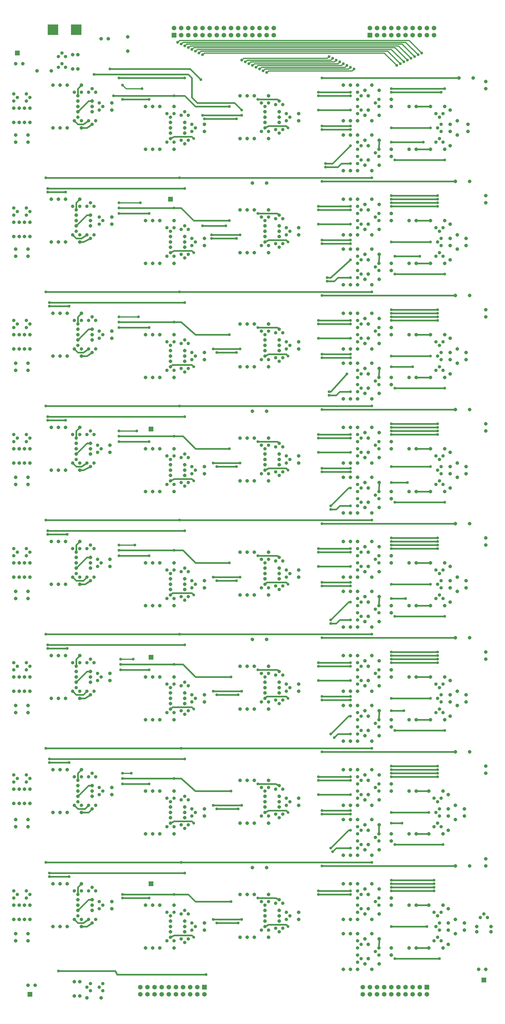
<source format=gtl>
G75*
G70*
%OFA0B0*%
%FSLAX24Y24*%
%IPPOS*%
%LPD*%
%AMOC8*
5,1,8,0,0,1.08239X$1,22.5*
%
%ADD10C,0.0515*%
%ADD11C,0.0476*%
%ADD12R,0.0650X0.0650*%
%ADD13C,0.0650*%
%ADD14R,0.0709X0.0709*%
%ADD15R,0.1500X0.1500*%
%ADD16C,0.0240*%
%ADD17C,0.0400*%
%ADD18C,0.0160*%
D10*
X003600Y005375D03*
X004600Y005375D03*
X003600Y011625D03*
X003600Y012625D03*
X003850Y014625D03*
X003100Y014625D03*
X002350Y014625D03*
X001600Y014625D03*
X001600Y016625D03*
X002350Y016625D03*
X003100Y016625D03*
X003850Y016625D03*
X001850Y012625D03*
X001850Y011625D03*
X007100Y013625D03*
X008100Y013625D03*
X009100Y013625D03*
X011100Y013625D03*
X010600Y015875D03*
X010600Y016625D03*
X010600Y017375D03*
X011100Y019625D03*
X009100Y019625D03*
X008100Y019625D03*
X007100Y019625D03*
X003600Y027625D03*
X003600Y028625D03*
X003850Y030875D03*
X003100Y030875D03*
X002350Y030875D03*
X001600Y030875D03*
X001600Y032875D03*
X002350Y032875D03*
X003100Y032875D03*
X003850Y032875D03*
X001850Y028625D03*
X001850Y027625D03*
X007100Y029625D03*
X008100Y029625D03*
X009100Y029625D03*
X011100Y029625D03*
X010600Y031875D03*
X010600Y032625D03*
X010600Y033375D03*
X011100Y035625D03*
X009100Y035625D03*
X008100Y035625D03*
X007100Y035625D03*
X003600Y043625D03*
X003600Y044625D03*
X003850Y046625D03*
X003100Y046625D03*
X002350Y046625D03*
X001600Y046625D03*
X001600Y048625D03*
X002350Y048625D03*
X003100Y048625D03*
X003850Y048625D03*
X001850Y044625D03*
X001850Y043625D03*
X006850Y045625D03*
X007850Y045625D03*
X008850Y045625D03*
X010350Y047875D03*
X010350Y048625D03*
X010350Y049375D03*
X010850Y051625D03*
X012350Y049375D03*
X012350Y048625D03*
X012350Y047875D03*
X010850Y045625D03*
X008850Y051625D03*
X007850Y051625D03*
X006850Y051625D03*
X003600Y059625D03*
X003600Y060625D03*
X003850Y062625D03*
X003100Y062625D03*
X002350Y062625D03*
X001600Y062625D03*
X001600Y064625D03*
X002350Y064625D03*
X003100Y064625D03*
X003850Y064625D03*
X001850Y060625D03*
X001850Y059625D03*
X006850Y061625D03*
X007850Y061625D03*
X008850Y061625D03*
X010350Y063875D03*
X010350Y064625D03*
X010350Y065375D03*
X010850Y067625D03*
X012350Y065375D03*
X012350Y064625D03*
X012350Y063875D03*
X010850Y061625D03*
X008850Y067625D03*
X007850Y067625D03*
X006850Y067625D03*
X003600Y075625D03*
X003600Y076625D03*
X003850Y078625D03*
X003100Y078625D03*
X002350Y078625D03*
X001600Y078625D03*
X001850Y076625D03*
X001850Y075625D03*
X001600Y080625D03*
X002350Y080625D03*
X003100Y080625D03*
X003850Y080625D03*
X006850Y077625D03*
X007850Y077625D03*
X008850Y077625D03*
X010350Y079875D03*
X010350Y080625D03*
X010350Y081375D03*
X010850Y083625D03*
X012350Y081375D03*
X012350Y080625D03*
X012350Y079875D03*
X010850Y077625D03*
X008850Y083625D03*
X007850Y083625D03*
X006850Y083625D03*
X003600Y091625D03*
X003600Y092625D03*
X003850Y094625D03*
X003100Y094625D03*
X002350Y094625D03*
X001600Y094625D03*
X001850Y092625D03*
X001850Y091625D03*
X001600Y096625D03*
X002350Y096625D03*
X003100Y096625D03*
X003850Y096625D03*
X007100Y093625D03*
X008100Y093625D03*
X009100Y093625D03*
X011100Y093625D03*
X010600Y095875D03*
X010600Y096625D03*
X010600Y097375D03*
X011100Y099625D03*
X009100Y099625D03*
X008100Y099625D03*
X007100Y099625D03*
X003600Y107625D03*
X003600Y108625D03*
X003850Y110375D03*
X003100Y110375D03*
X002350Y110375D03*
X001600Y110375D03*
X001850Y108625D03*
X001850Y107625D03*
X001600Y112375D03*
X002350Y112375D03*
X003100Y112375D03*
X003850Y112375D03*
X006850Y109625D03*
X007850Y109625D03*
X008850Y109625D03*
X010350Y111875D03*
X010350Y112625D03*
X010350Y113375D03*
X010850Y115625D03*
X012350Y113375D03*
X012350Y112625D03*
X012350Y111875D03*
X010850Y109625D03*
X008850Y115625D03*
X007850Y115625D03*
X006850Y115625D03*
X003600Y123625D03*
X003600Y124625D03*
X003850Y126375D03*
X003100Y126375D03*
X002350Y126375D03*
X001600Y126375D03*
X001850Y124625D03*
X001850Y123625D03*
X001600Y128375D03*
X002350Y128375D03*
X003100Y128375D03*
X003850Y128375D03*
X004850Y133625D03*
X002850Y134625D03*
X001850Y134625D03*
X006850Y133625D03*
X007100Y131625D03*
X008100Y131625D03*
X009100Y131625D03*
X011100Y131625D03*
X010600Y129375D03*
X010600Y128625D03*
X010600Y127875D03*
X011100Y125625D03*
X009100Y125625D03*
X008100Y125625D03*
X007100Y125625D03*
X009850Y133875D03*
X010600Y133875D03*
X010600Y135875D03*
X009850Y135875D03*
X012600Y129375D03*
X012600Y128625D03*
X012600Y127875D03*
X015350Y128125D03*
X015350Y129125D03*
X017600Y136375D03*
X017600Y138375D03*
X014850Y138125D03*
X013850Y138125D03*
X020100Y128625D03*
X021100Y128625D03*
X022100Y128625D03*
X023600Y126375D03*
X023600Y125625D03*
X023600Y124875D03*
X024100Y122625D03*
X025600Y124875D03*
X025600Y125625D03*
X025600Y126375D03*
X024100Y128625D03*
X022100Y122625D03*
X021100Y122625D03*
X020100Y122625D03*
X020100Y112625D03*
X021100Y112625D03*
X022100Y112625D03*
X023600Y110375D03*
X023600Y109625D03*
X023600Y108875D03*
X024100Y106625D03*
X025600Y108875D03*
X025600Y109625D03*
X025600Y110375D03*
X024100Y112625D03*
X022100Y106625D03*
X021100Y106625D03*
X020100Y106625D03*
X015350Y112125D03*
X015350Y113125D03*
X012600Y097375D03*
X012600Y096625D03*
X012600Y095875D03*
X015350Y096125D03*
X015350Y097125D03*
X020100Y096625D03*
X021100Y096625D03*
X022100Y096625D03*
X023600Y094375D03*
X023600Y093625D03*
X023600Y092875D03*
X024100Y090625D03*
X025600Y092875D03*
X025600Y093625D03*
X025600Y094375D03*
X024100Y096625D03*
X022100Y090625D03*
X021100Y090625D03*
X020100Y090625D03*
X020100Y080625D03*
X021100Y080625D03*
X022100Y080625D03*
X023600Y078375D03*
X023600Y077625D03*
X023600Y076875D03*
X024100Y074625D03*
X025600Y076875D03*
X025600Y077625D03*
X025600Y078375D03*
X024100Y080625D03*
X022100Y074625D03*
X021100Y074625D03*
X020100Y074625D03*
X015100Y080125D03*
X015100Y081125D03*
X015100Y065125D03*
X015100Y064125D03*
X020100Y064625D03*
X021100Y064625D03*
X022100Y064625D03*
X023600Y062375D03*
X023600Y061625D03*
X023600Y060875D03*
X024100Y058625D03*
X025600Y060875D03*
X025600Y061625D03*
X025600Y062375D03*
X024100Y064625D03*
X022100Y058625D03*
X021100Y058625D03*
X020100Y058625D03*
X020100Y048625D03*
X021100Y048625D03*
X022100Y048625D03*
X023600Y046375D03*
X023600Y045625D03*
X023600Y044875D03*
X024100Y042625D03*
X025600Y044875D03*
X025600Y045625D03*
X025600Y046375D03*
X024100Y048625D03*
X022100Y042625D03*
X021100Y042625D03*
X020100Y042625D03*
X015350Y033125D03*
X015350Y032125D03*
X012600Y031875D03*
X012600Y032625D03*
X012600Y033375D03*
X020100Y032625D03*
X021100Y032625D03*
X022100Y032625D03*
X023600Y030375D03*
X023600Y029625D03*
X023600Y028875D03*
X024100Y026625D03*
X025600Y028875D03*
X025600Y029625D03*
X025600Y030375D03*
X024100Y032625D03*
X022100Y026625D03*
X021100Y026625D03*
X020100Y026625D03*
X020100Y016625D03*
X021100Y016625D03*
X022100Y016625D03*
X023600Y014375D03*
X023600Y013625D03*
X023600Y012875D03*
X024100Y010625D03*
X025600Y012875D03*
X025600Y013625D03*
X025600Y014375D03*
X024100Y016625D03*
X022100Y010625D03*
X021100Y010625D03*
X020100Y010625D03*
X015350Y016125D03*
X015350Y017125D03*
X012600Y017375D03*
X012600Y016625D03*
X012600Y015875D03*
X010850Y005875D03*
X010100Y005875D03*
X010100Y003875D03*
X010850Y003875D03*
X011850Y003625D03*
X013850Y003625D03*
X028350Y013125D03*
X028350Y014125D03*
X033350Y012125D03*
X034350Y012125D03*
X035350Y012125D03*
X036850Y014375D03*
X036850Y015125D03*
X036850Y015875D03*
X037350Y018125D03*
X038850Y015875D03*
X038850Y015125D03*
X038850Y014375D03*
X037350Y012125D03*
X035350Y018125D03*
X034350Y018125D03*
X033350Y018125D03*
X035100Y021875D03*
X037100Y021875D03*
X037350Y028125D03*
X036850Y030375D03*
X036850Y031125D03*
X036850Y031875D03*
X037350Y034125D03*
X038850Y031875D03*
X038850Y031125D03*
X038850Y030375D03*
X041600Y030625D03*
X041600Y031625D03*
X037350Y044125D03*
X036850Y046375D03*
X036850Y047125D03*
X036850Y047875D03*
X037350Y050125D03*
X038850Y047875D03*
X038850Y047125D03*
X038850Y046375D03*
X041600Y046625D03*
X041600Y047625D03*
X037100Y053875D03*
X035100Y053875D03*
X035350Y050125D03*
X034350Y050125D03*
X033350Y050125D03*
X033350Y044125D03*
X034350Y044125D03*
X035350Y044125D03*
X035350Y034125D03*
X034350Y034125D03*
X033350Y034125D03*
X033350Y028125D03*
X034350Y028125D03*
X035350Y028125D03*
X041600Y015625D03*
X041600Y014625D03*
X047850Y014625D03*
X048850Y014625D03*
X049850Y014625D03*
X050880Y015375D03*
X051350Y016125D03*
X051850Y014625D03*
X052880Y015375D03*
X051850Y012625D03*
X052880Y011875D03*
X051350Y011125D03*
X050880Y011875D03*
X049850Y012625D03*
X048850Y012625D03*
X047850Y012625D03*
X047850Y007625D03*
X048850Y007625D03*
X049850Y007625D03*
X050880Y008375D03*
X051350Y009125D03*
X051850Y007625D03*
X052880Y008375D03*
X054600Y009625D03*
X054600Y010625D03*
X057100Y010625D03*
X058100Y010625D03*
X059850Y010625D03*
X061850Y010625D03*
X062600Y011125D03*
X063600Y012625D03*
X062600Y013125D03*
X062600Y014125D03*
X063600Y014625D03*
X064850Y014125D03*
X064850Y013125D03*
X066600Y012875D03*
X066600Y013625D03*
X068600Y013625D03*
X068600Y012875D03*
X067850Y007625D03*
X066850Y007625D03*
X062600Y016125D03*
X061850Y016625D03*
X059850Y016625D03*
X058100Y016625D03*
X057100Y016625D03*
X054600Y016625D03*
X054600Y017625D03*
X052880Y018875D03*
X051850Y019625D03*
X051350Y018125D03*
X050880Y018875D03*
X049850Y019625D03*
X048850Y019625D03*
X047850Y019625D03*
X047850Y023625D03*
X048850Y023625D03*
X049850Y023625D03*
X050880Y024375D03*
X051350Y025125D03*
X051850Y023625D03*
X052880Y024375D03*
X051350Y027125D03*
X050880Y027875D03*
X049850Y028625D03*
X048850Y028625D03*
X047850Y028625D03*
X047850Y030625D03*
X048850Y030625D03*
X049850Y030625D03*
X050880Y031375D03*
X051350Y032125D03*
X051850Y030625D03*
X052880Y031375D03*
X051850Y028625D03*
X052880Y027875D03*
X054600Y026625D03*
X054600Y025625D03*
X057100Y026625D03*
X058100Y026625D03*
X059850Y026625D03*
X061850Y026625D03*
X062600Y027125D03*
X063600Y028625D03*
X062600Y029125D03*
X062600Y030125D03*
X063600Y030625D03*
X064850Y030125D03*
X064850Y029125D03*
X062600Y032125D03*
X061850Y032625D03*
X059850Y032625D03*
X058100Y032625D03*
X057100Y032625D03*
X054600Y032625D03*
X054600Y033625D03*
X052880Y034875D03*
X051850Y035625D03*
X051350Y034125D03*
X050880Y034875D03*
X049850Y035625D03*
X048850Y035625D03*
X047850Y035625D03*
X047850Y039625D03*
X048850Y039625D03*
X049850Y039625D03*
X050880Y040375D03*
X051350Y041125D03*
X051850Y039625D03*
X052880Y040375D03*
X051350Y043125D03*
X050880Y043875D03*
X049850Y044625D03*
X048850Y044625D03*
X048850Y046625D03*
X049850Y046625D03*
X050880Y047375D03*
X051350Y048125D03*
X051850Y046625D03*
X052880Y047375D03*
X051850Y044625D03*
X052880Y043875D03*
X054600Y042625D03*
X054600Y041625D03*
X057100Y042625D03*
X058100Y042625D03*
X060100Y042625D03*
X062100Y042625D03*
X062850Y043125D03*
X063850Y044625D03*
X062850Y045125D03*
X062850Y046125D03*
X063850Y046625D03*
X062850Y048125D03*
X062100Y048625D03*
X060100Y048625D03*
X058100Y048625D03*
X057100Y048625D03*
X054600Y048625D03*
X054600Y049625D03*
X052880Y050875D03*
X051850Y051625D03*
X051350Y050125D03*
X050880Y050875D03*
X049850Y051625D03*
X048850Y051625D03*
X047850Y051625D03*
X047850Y055625D03*
X048850Y055625D03*
X049850Y055625D03*
X050880Y056375D03*
X051350Y057125D03*
X051850Y055625D03*
X052880Y056375D03*
X051350Y059125D03*
X050880Y059875D03*
X049850Y060625D03*
X048850Y060625D03*
X048850Y062625D03*
X049850Y062625D03*
X050880Y063375D03*
X051350Y064125D03*
X051850Y062625D03*
X052880Y063375D03*
X051850Y060625D03*
X052880Y059875D03*
X054600Y058625D03*
X054600Y057625D03*
X057100Y058625D03*
X058100Y058625D03*
X060100Y058625D03*
X062100Y058625D03*
X062850Y059125D03*
X063850Y060625D03*
X062850Y061125D03*
X062850Y062125D03*
X063850Y062625D03*
X062850Y064125D03*
X062100Y064625D03*
X060100Y064625D03*
X058100Y064625D03*
X057100Y064625D03*
X054600Y064625D03*
X054600Y065625D03*
X052880Y066875D03*
X051850Y067625D03*
X051350Y066125D03*
X050880Y066875D03*
X049850Y067625D03*
X048850Y067625D03*
X047850Y067625D03*
X047850Y071625D03*
X048850Y071625D03*
X049850Y071625D03*
X050880Y072375D03*
X051350Y073125D03*
X051850Y071625D03*
X052880Y072375D03*
X051350Y075125D03*
X050880Y075875D03*
X049850Y076625D03*
X048850Y076625D03*
X048850Y078625D03*
X049850Y078625D03*
X050880Y079375D03*
X051350Y080125D03*
X051850Y078625D03*
X052880Y079375D03*
X051850Y076625D03*
X052880Y075875D03*
X054600Y074625D03*
X054600Y073625D03*
X057100Y074625D03*
X058100Y074625D03*
X060100Y074625D03*
X062100Y074625D03*
X062850Y075125D03*
X063850Y076625D03*
X062850Y077125D03*
X062850Y078125D03*
X063850Y078625D03*
X062850Y080125D03*
X062100Y080625D03*
X060100Y080625D03*
X058100Y080625D03*
X057100Y080625D03*
X054600Y080625D03*
X054600Y081625D03*
X052880Y082875D03*
X051850Y083625D03*
X051350Y082125D03*
X050880Y082875D03*
X049850Y083625D03*
X048850Y083625D03*
X047850Y083625D03*
X047850Y087625D03*
X048850Y087625D03*
X049850Y087625D03*
X050880Y088375D03*
X051350Y089125D03*
X051350Y091125D03*
X050880Y091875D03*
X049850Y092625D03*
X048850Y092625D03*
X048850Y094625D03*
X049850Y094625D03*
X050880Y095375D03*
X051350Y096125D03*
X051850Y094625D03*
X052880Y095375D03*
X051850Y092625D03*
X052880Y091875D03*
X052880Y088375D03*
X051850Y087625D03*
X054600Y089625D03*
X054600Y090625D03*
X057100Y090625D03*
X058100Y090625D03*
X060100Y090625D03*
X062100Y090625D03*
X062850Y091125D03*
X063850Y092625D03*
X062850Y093125D03*
X062850Y094125D03*
X063850Y094625D03*
X062850Y096125D03*
X062100Y096625D03*
X060100Y096625D03*
X058100Y096625D03*
X057100Y096625D03*
X054600Y096625D03*
X054600Y097625D03*
X052880Y098875D03*
X051850Y099625D03*
X051350Y098125D03*
X050880Y098875D03*
X049850Y099625D03*
X048850Y099625D03*
X047850Y099625D03*
X047850Y103625D03*
X048850Y103625D03*
X049850Y103625D03*
X050880Y104375D03*
X051350Y105125D03*
X051850Y103625D03*
X052880Y104375D03*
X051350Y107125D03*
X050880Y107875D03*
X049850Y108625D03*
X048850Y108625D03*
X048850Y110625D03*
X049850Y110625D03*
X050880Y111375D03*
X051350Y112125D03*
X051350Y114125D03*
X050880Y114875D03*
X049850Y115625D03*
X048850Y115625D03*
X047850Y115625D03*
X047850Y119625D03*
X048850Y119625D03*
X049850Y119625D03*
X050880Y120375D03*
X051350Y121125D03*
X051850Y119625D03*
X052880Y120375D03*
X051350Y123125D03*
X050880Y123875D03*
X049850Y124625D03*
X048850Y124625D03*
X047850Y124625D03*
X047850Y126625D03*
X048850Y126625D03*
X049850Y126625D03*
X050880Y127375D03*
X051350Y128125D03*
X051850Y126625D03*
X052880Y127375D03*
X051850Y124625D03*
X052880Y123875D03*
X054600Y122625D03*
X054600Y121625D03*
X057100Y122625D03*
X058100Y122625D03*
X060100Y122625D03*
X062100Y122625D03*
X062850Y123125D03*
X063850Y124625D03*
X062850Y125125D03*
X062850Y126125D03*
X063850Y126625D03*
X062850Y128125D03*
X062100Y128625D03*
X060100Y128625D03*
X058100Y128625D03*
X057100Y128625D03*
X054600Y128625D03*
X054600Y129625D03*
X052880Y130875D03*
X051850Y131625D03*
X051350Y130125D03*
X050880Y130875D03*
X049850Y131625D03*
X048850Y131625D03*
X047850Y131625D03*
X041600Y127625D03*
X041600Y126625D03*
X038850Y126375D03*
X038850Y127125D03*
X038850Y127875D03*
X037350Y130125D03*
X036850Y127875D03*
X036850Y127125D03*
X036850Y126375D03*
X037350Y124125D03*
X035350Y124125D03*
X034350Y124125D03*
X033350Y124125D03*
X033350Y130125D03*
X034350Y130125D03*
X035350Y130125D03*
X035100Y117875D03*
X037100Y117875D03*
X037350Y114125D03*
X036850Y111875D03*
X036850Y111125D03*
X036850Y110375D03*
X037350Y108125D03*
X038850Y110375D03*
X038850Y111125D03*
X038850Y111875D03*
X041600Y111625D03*
X041600Y110625D03*
X037350Y098125D03*
X036850Y095875D03*
X036850Y095125D03*
X036850Y094375D03*
X037350Y092125D03*
X038850Y094375D03*
X038850Y095125D03*
X038850Y095875D03*
X041600Y095625D03*
X041600Y094625D03*
X037100Y085875D03*
X037350Y082125D03*
X036850Y079875D03*
X036850Y079125D03*
X036850Y078375D03*
X037350Y076125D03*
X038850Y078375D03*
X038850Y079125D03*
X038850Y079875D03*
X041600Y079625D03*
X041600Y078625D03*
X037350Y066125D03*
X036850Y063875D03*
X036850Y063125D03*
X036850Y062375D03*
X037350Y060125D03*
X038850Y062375D03*
X038850Y063125D03*
X038850Y063875D03*
X041600Y063625D03*
X041600Y062625D03*
X047850Y062625D03*
X047850Y060625D03*
X047850Y046625D03*
X047850Y044625D03*
X035350Y060125D03*
X034350Y060125D03*
X033350Y060125D03*
X033350Y066125D03*
X034350Y066125D03*
X035350Y066125D03*
X035350Y076125D03*
X034350Y076125D03*
X033350Y076125D03*
X033350Y082125D03*
X034350Y082125D03*
X035350Y082125D03*
X035100Y085875D03*
X035350Y092125D03*
X034350Y092125D03*
X033350Y092125D03*
X033350Y098125D03*
X034350Y098125D03*
X035350Y098125D03*
X035350Y108125D03*
X034350Y108125D03*
X033350Y108125D03*
X033350Y114125D03*
X034350Y114125D03*
X035350Y114125D03*
X028350Y110125D03*
X028350Y109125D03*
X028350Y094125D03*
X028350Y093125D03*
X028350Y078125D03*
X028350Y077125D03*
X028350Y062125D03*
X028350Y061125D03*
X028350Y046125D03*
X028350Y045125D03*
X028350Y030125D03*
X028350Y029125D03*
X015100Y048125D03*
X015100Y049125D03*
X047850Y076625D03*
X047850Y078625D03*
X047850Y092625D03*
X047850Y094625D03*
X054600Y105625D03*
X054600Y106625D03*
X052880Y107875D03*
X051850Y108625D03*
X051850Y110625D03*
X052880Y111375D03*
X052880Y114875D03*
X051850Y115625D03*
X054600Y113625D03*
X054600Y112625D03*
X057100Y112625D03*
X058100Y112625D03*
X060100Y112625D03*
X062100Y112625D03*
X062850Y112125D03*
X063850Y110625D03*
X062850Y110125D03*
X062850Y109125D03*
X063850Y108625D03*
X062850Y107125D03*
X062100Y106625D03*
X060100Y106625D03*
X058100Y106625D03*
X057100Y106625D03*
X063600Y102125D03*
X065600Y102125D03*
X067850Y100125D03*
X067850Y099125D03*
X065100Y094125D03*
X065100Y093125D03*
X065600Y086125D03*
X063600Y086125D03*
X065100Y078125D03*
X065100Y077125D03*
X067850Y083125D03*
X067850Y084125D03*
X065600Y070125D03*
X063600Y070125D03*
X065100Y062125D03*
X065100Y061125D03*
X067850Y067125D03*
X067850Y068125D03*
X065600Y054125D03*
X063600Y054125D03*
X065100Y046125D03*
X065100Y045125D03*
X067850Y051125D03*
X067850Y052125D03*
X065600Y038125D03*
X063600Y038125D03*
X067850Y036125D03*
X067850Y035125D03*
X067850Y023125D03*
X067850Y022125D03*
X065600Y022125D03*
X063600Y022125D03*
X065100Y109125D03*
X065100Y110125D03*
X067850Y115125D03*
X067850Y116125D03*
X065600Y118125D03*
X063600Y118125D03*
X065350Y125125D03*
X065350Y126125D03*
X067850Y131125D03*
X067850Y132125D03*
X066100Y132625D03*
X064100Y132625D03*
X047850Y110625D03*
X047850Y108625D03*
X028350Y125125D03*
X028350Y126125D03*
D11*
X027100Y125625D03*
X026600Y126125D03*
X026600Y125125D03*
X026100Y123875D03*
X025600Y123375D03*
X025100Y123875D03*
X024100Y123625D03*
X023600Y124125D03*
X023100Y123625D03*
X023600Y127125D03*
X023100Y127625D03*
X024100Y127625D03*
X025100Y127375D03*
X025600Y127875D03*
X026100Y127375D03*
X025600Y111875D03*
X025100Y111375D03*
X026100Y111375D03*
X026600Y110125D03*
X027100Y109625D03*
X026600Y109125D03*
X026100Y107875D03*
X025600Y107375D03*
X025100Y107875D03*
X024100Y107625D03*
X023600Y108125D03*
X023100Y107625D03*
X023600Y111125D03*
X023100Y111625D03*
X024100Y111625D03*
X025600Y095875D03*
X025100Y095375D03*
X026100Y095375D03*
X026600Y094125D03*
X027100Y093625D03*
X026600Y093125D03*
X026100Y091875D03*
X025600Y091375D03*
X025100Y091875D03*
X024100Y091625D03*
X023600Y092125D03*
X023100Y091625D03*
X023600Y095125D03*
X023100Y095625D03*
X024100Y095625D03*
X025600Y079875D03*
X025100Y079375D03*
X026100Y079375D03*
X026600Y078125D03*
X027100Y077625D03*
X026600Y077125D03*
X026100Y075875D03*
X025600Y075375D03*
X025100Y075875D03*
X024100Y075625D03*
X023600Y076125D03*
X023100Y075625D03*
X023600Y079125D03*
X023100Y079625D03*
X024100Y079625D03*
X025600Y063875D03*
X025100Y063375D03*
X026100Y063375D03*
X026600Y062125D03*
X027100Y061625D03*
X026600Y061125D03*
X026100Y059875D03*
X025600Y059375D03*
X025100Y059875D03*
X024100Y059625D03*
X023600Y060125D03*
X023100Y059625D03*
X023600Y063125D03*
X023100Y063625D03*
X024100Y063625D03*
X025600Y047875D03*
X025100Y047375D03*
X026100Y047375D03*
X026600Y046125D03*
X027100Y045625D03*
X026600Y045125D03*
X026100Y043875D03*
X025600Y043375D03*
X025100Y043875D03*
X024100Y043625D03*
X023600Y044125D03*
X023100Y043625D03*
X023600Y047125D03*
X023100Y047625D03*
X024100Y047625D03*
X025600Y031875D03*
X025100Y031375D03*
X026100Y031375D03*
X026600Y030125D03*
X027100Y029625D03*
X026600Y029125D03*
X026100Y027875D03*
X025600Y027375D03*
X025100Y027875D03*
X024100Y027625D03*
X023600Y028125D03*
X023100Y027625D03*
X023600Y031125D03*
X023100Y031625D03*
X024100Y031625D03*
X025600Y015875D03*
X025100Y015375D03*
X026100Y015375D03*
X026600Y014125D03*
X027100Y013625D03*
X026600Y013125D03*
X026100Y011875D03*
X025600Y011375D03*
X025100Y011875D03*
X024100Y011625D03*
X023600Y012125D03*
X023100Y011625D03*
X023600Y015125D03*
X023100Y015625D03*
X024100Y015625D03*
X014100Y016625D03*
X013600Y017125D03*
X013600Y016125D03*
X013100Y014625D03*
X012600Y014125D03*
X012100Y014625D03*
X011100Y014625D03*
X010600Y015125D03*
X010100Y014625D03*
X010600Y018125D03*
X011100Y018625D03*
X010100Y018625D03*
X012100Y018625D03*
X012600Y019125D03*
X013100Y018625D03*
X012600Y030125D03*
X012100Y030625D03*
X013100Y030625D03*
X013600Y032125D03*
X014100Y032625D03*
X013600Y033125D03*
X013100Y034625D03*
X012600Y035125D03*
X012100Y034625D03*
X011100Y034625D03*
X010600Y034125D03*
X010100Y034625D03*
X010600Y031125D03*
X011100Y030625D03*
X010100Y030625D03*
X003850Y034375D03*
X003350Y034875D03*
X003350Y033875D03*
X002100Y034375D03*
X001600Y034875D03*
X001600Y033875D03*
X001600Y018625D03*
X002100Y018125D03*
X001600Y017625D03*
X003350Y017625D03*
X003850Y018125D03*
X003350Y018625D03*
X012350Y005625D03*
X011850Y005125D03*
X012350Y004625D03*
X013600Y005125D03*
X014100Y004625D03*
X014100Y005625D03*
X012350Y046125D03*
X011850Y046625D03*
X012850Y046625D03*
X013350Y048125D03*
X013850Y048625D03*
X013350Y049125D03*
X012850Y050625D03*
X012350Y051125D03*
X011850Y050625D03*
X010850Y050625D03*
X010350Y050125D03*
X009850Y050625D03*
X010350Y047125D03*
X009850Y046625D03*
X010850Y046625D03*
X003850Y050125D03*
X003350Y050625D03*
X003350Y049625D03*
X002100Y050125D03*
X001600Y050625D03*
X001600Y049625D03*
X001600Y065625D03*
X002100Y066125D03*
X001600Y066625D03*
X003350Y066625D03*
X003850Y066125D03*
X003350Y065625D03*
X009850Y066625D03*
X010350Y066125D03*
X010850Y066625D03*
X011850Y066625D03*
X012350Y067125D03*
X012850Y066625D03*
X013350Y065125D03*
X013850Y064625D03*
X013350Y064125D03*
X012850Y062625D03*
X012350Y062125D03*
X011850Y062625D03*
X010850Y062625D03*
X010350Y063125D03*
X009850Y062625D03*
X012350Y078125D03*
X011850Y078625D03*
X012850Y078625D03*
X013350Y080125D03*
X013850Y080625D03*
X013350Y081125D03*
X012850Y082625D03*
X012350Y083125D03*
X011850Y082625D03*
X010850Y082625D03*
X010350Y082125D03*
X009850Y082625D03*
X010350Y079125D03*
X009850Y078625D03*
X010850Y078625D03*
X003850Y082125D03*
X003350Y081625D03*
X003350Y082625D03*
X002100Y082125D03*
X001600Y081625D03*
X001600Y082625D03*
X001600Y097625D03*
X002100Y098125D03*
X001600Y098625D03*
X003350Y098625D03*
X003850Y098125D03*
X003350Y097625D03*
X010100Y098625D03*
X010600Y098125D03*
X011100Y098625D03*
X012100Y098625D03*
X012600Y099125D03*
X013100Y098625D03*
X013600Y097125D03*
X014100Y096625D03*
X013600Y096125D03*
X013100Y094625D03*
X012600Y094125D03*
X012100Y094625D03*
X011100Y094625D03*
X010600Y095125D03*
X010100Y094625D03*
X012350Y110125D03*
X011850Y110625D03*
X012850Y110625D03*
X013600Y112125D03*
X014100Y112625D03*
X013600Y113125D03*
X012850Y114625D03*
X012350Y115125D03*
X011850Y114625D03*
X010850Y114625D03*
X010350Y114125D03*
X009850Y114625D03*
X010350Y111125D03*
X009850Y110625D03*
X010850Y110625D03*
X003850Y113875D03*
X003350Y113375D03*
X003350Y114375D03*
X002100Y113875D03*
X001600Y113375D03*
X001600Y114375D03*
X001600Y129375D03*
X002100Y129875D03*
X001600Y130375D03*
X003350Y130375D03*
X003850Y129875D03*
X003350Y129375D03*
X007850Y134125D03*
X008350Y134625D03*
X008850Y134125D03*
X008850Y135625D03*
X008350Y136125D03*
X007850Y135625D03*
X010100Y130625D03*
X010600Y130125D03*
X011100Y130625D03*
X012100Y130625D03*
X012600Y131125D03*
X013100Y130625D03*
X013600Y129125D03*
X014100Y128625D03*
X013600Y128125D03*
X013100Y126625D03*
X012600Y126125D03*
X012100Y126625D03*
X011100Y126625D03*
X010600Y127125D03*
X010100Y126625D03*
X036350Y125125D03*
X036850Y125625D03*
X037350Y125125D03*
X038350Y125375D03*
X038850Y124875D03*
X039350Y125375D03*
X039850Y126625D03*
X040350Y127125D03*
X039850Y127625D03*
X039350Y128875D03*
X038850Y129375D03*
X038350Y128875D03*
X037350Y129125D03*
X036850Y128625D03*
X036350Y129125D03*
X038850Y113375D03*
X038350Y112875D03*
X039350Y112875D03*
X039850Y111625D03*
X040350Y111125D03*
X039850Y110625D03*
X039350Y109375D03*
X038850Y108875D03*
X038350Y109375D03*
X037350Y109125D03*
X036850Y109625D03*
X036350Y109125D03*
X036850Y112625D03*
X036350Y113125D03*
X037350Y113125D03*
X038850Y097375D03*
X038350Y096875D03*
X039350Y096875D03*
X039850Y095625D03*
X040350Y095125D03*
X039850Y094625D03*
X039350Y093375D03*
X038850Y092875D03*
X038350Y093375D03*
X037350Y093125D03*
X036850Y093625D03*
X036350Y093125D03*
X036850Y096625D03*
X036350Y097125D03*
X037350Y097125D03*
X038850Y081375D03*
X038350Y080875D03*
X039350Y080875D03*
X039850Y079625D03*
X040350Y079125D03*
X039850Y078625D03*
X039350Y077375D03*
X038850Y076875D03*
X038350Y077375D03*
X037350Y077125D03*
X036850Y077625D03*
X036350Y077125D03*
X036850Y080625D03*
X036350Y081125D03*
X037350Y081125D03*
X038850Y065375D03*
X038350Y064875D03*
X039350Y064875D03*
X039850Y063625D03*
X040350Y063125D03*
X039850Y062625D03*
X039350Y061375D03*
X038850Y060875D03*
X038350Y061375D03*
X037350Y061125D03*
X036850Y061625D03*
X036350Y061125D03*
X036850Y064625D03*
X036350Y065125D03*
X037350Y065125D03*
X038850Y049375D03*
X038350Y048875D03*
X039350Y048875D03*
X039850Y047625D03*
X040350Y047125D03*
X039850Y046625D03*
X039350Y045375D03*
X038850Y044875D03*
X038350Y045375D03*
X037350Y045125D03*
X036850Y045625D03*
X036350Y045125D03*
X036850Y048625D03*
X036350Y049125D03*
X037350Y049125D03*
X038850Y033375D03*
X038350Y032875D03*
X039350Y032875D03*
X039850Y031625D03*
X040350Y031125D03*
X039850Y030625D03*
X039350Y029375D03*
X038850Y028875D03*
X038350Y029375D03*
X037350Y029125D03*
X036850Y029625D03*
X036350Y029125D03*
X036850Y032625D03*
X036350Y033125D03*
X037350Y033125D03*
X038850Y017375D03*
X038350Y016875D03*
X039350Y016875D03*
X039850Y015625D03*
X040350Y015125D03*
X039850Y014625D03*
X039350Y013375D03*
X038850Y012875D03*
X038350Y013375D03*
X037350Y013125D03*
X036850Y013625D03*
X036350Y013125D03*
X036850Y016625D03*
X036350Y017125D03*
X037350Y017125D03*
X049850Y016625D03*
X050350Y016125D03*
X049850Y015625D03*
X049850Y017625D03*
X050350Y018125D03*
X049850Y018625D03*
X052350Y017125D03*
X052850Y016625D03*
X052850Y017625D03*
X049850Y011625D03*
X050350Y011125D03*
X049850Y010625D03*
X049850Y009625D03*
X050350Y009125D03*
X049850Y008625D03*
X052350Y010125D03*
X052850Y010625D03*
X052850Y009625D03*
X060600Y011625D03*
X061100Y012125D03*
X061600Y011625D03*
X061350Y013125D03*
X060850Y013625D03*
X061350Y014125D03*
X061100Y015125D03*
X060600Y015625D03*
X061600Y015625D03*
X067100Y014875D03*
X067600Y015375D03*
X068100Y014875D03*
X061600Y027625D03*
X061100Y028125D03*
X060600Y027625D03*
X060850Y029625D03*
X061350Y029125D03*
X061350Y030125D03*
X061100Y031125D03*
X060600Y031625D03*
X061600Y031625D03*
X061850Y043625D03*
X061350Y044125D03*
X060850Y043625D03*
X061600Y045125D03*
X061100Y045625D03*
X061600Y046125D03*
X061350Y047125D03*
X060850Y047625D03*
X061850Y047625D03*
X061850Y059625D03*
X061350Y060125D03*
X060850Y059625D03*
X061600Y061125D03*
X061100Y061625D03*
X061600Y062125D03*
X061350Y063125D03*
X060850Y063625D03*
X061850Y063625D03*
X061850Y075625D03*
X061350Y076125D03*
X060850Y075625D03*
X061600Y077125D03*
X061100Y077625D03*
X061600Y078125D03*
X061350Y079125D03*
X061850Y079625D03*
X060850Y079625D03*
X060850Y091625D03*
X061350Y092125D03*
X061850Y091625D03*
X061600Y093125D03*
X061100Y093625D03*
X061600Y094125D03*
X061350Y095125D03*
X061850Y095625D03*
X060850Y095625D03*
X060850Y107625D03*
X061350Y108125D03*
X061850Y107625D03*
X061600Y109125D03*
X061100Y109625D03*
X061600Y110125D03*
X061350Y111125D03*
X061850Y111625D03*
X060850Y111625D03*
X060850Y123625D03*
X061350Y124125D03*
X061850Y123625D03*
X061600Y125125D03*
X061100Y125625D03*
X061600Y126125D03*
X061350Y127125D03*
X061850Y127625D03*
X060850Y127625D03*
X052850Y128625D03*
X052350Y129125D03*
X052850Y129625D03*
X050350Y130125D03*
X049850Y130625D03*
X049850Y129625D03*
X049850Y128625D03*
X050350Y128125D03*
X049850Y127625D03*
X049850Y123625D03*
X050350Y123125D03*
X049850Y122625D03*
X049850Y121625D03*
X050350Y121125D03*
X049850Y120625D03*
X052350Y122125D03*
X052850Y121625D03*
X052850Y122625D03*
X049850Y114625D03*
X050350Y114125D03*
X049850Y113625D03*
X049850Y112625D03*
X050350Y112125D03*
X049850Y111625D03*
X049850Y107625D03*
X050350Y107125D03*
X049850Y106625D03*
X049850Y105625D03*
X050350Y105125D03*
X049850Y104625D03*
X052350Y106125D03*
X052850Y105625D03*
X052850Y106625D03*
X052850Y112625D03*
X052350Y113125D03*
X052850Y113625D03*
X049850Y098625D03*
X050350Y098125D03*
X049850Y097625D03*
X049850Y096625D03*
X050350Y096125D03*
X049850Y095625D03*
X049850Y091625D03*
X050350Y091125D03*
X049850Y090625D03*
X049850Y089625D03*
X050350Y089125D03*
X049850Y088625D03*
X052350Y090125D03*
X052850Y089625D03*
X052850Y090625D03*
X052850Y096625D03*
X052350Y097125D03*
X052850Y097625D03*
X049850Y082625D03*
X050350Y082125D03*
X049850Y081625D03*
X049850Y080625D03*
X050350Y080125D03*
X049850Y079625D03*
X049850Y075625D03*
X050350Y075125D03*
X049850Y074625D03*
X049850Y073625D03*
X050350Y073125D03*
X049850Y072625D03*
X052350Y074125D03*
X052850Y073625D03*
X052850Y074625D03*
X052850Y080625D03*
X052350Y081125D03*
X052850Y081625D03*
X049850Y066625D03*
X050350Y066125D03*
X049850Y065625D03*
X049850Y064625D03*
X050350Y064125D03*
X049850Y063625D03*
X049850Y059625D03*
X050350Y059125D03*
X049850Y058625D03*
X049850Y057625D03*
X050350Y057125D03*
X049850Y056625D03*
X052350Y058125D03*
X052850Y057625D03*
X052850Y058625D03*
X052850Y064625D03*
X052350Y065125D03*
X052850Y065625D03*
X049850Y050625D03*
X050350Y050125D03*
X049850Y049625D03*
X049850Y048625D03*
X050350Y048125D03*
X049850Y047625D03*
X049850Y043625D03*
X050350Y043125D03*
X049850Y042625D03*
X049850Y041625D03*
X050350Y041125D03*
X049850Y040625D03*
X052350Y042125D03*
X052850Y042625D03*
X052850Y041625D03*
X049850Y034625D03*
X050350Y034125D03*
X049850Y033625D03*
X049850Y032625D03*
X050350Y032125D03*
X049850Y031625D03*
X049850Y027625D03*
X050350Y027125D03*
X049850Y026625D03*
X049850Y025625D03*
X050350Y025125D03*
X049850Y024625D03*
X052350Y026125D03*
X052850Y026625D03*
X052850Y025625D03*
X052850Y032625D03*
X052350Y033125D03*
X052850Y033625D03*
X052850Y048625D03*
X052350Y049125D03*
X052850Y049625D03*
D12*
X059600Y005125D03*
X028350Y005125D03*
X024100Y138625D03*
X051600Y138625D03*
D13*
X051600Y139625D03*
X052600Y139625D03*
X052600Y138625D03*
X053600Y138625D03*
X053600Y139625D03*
X054600Y139625D03*
X054600Y138625D03*
X055600Y138625D03*
X055600Y139625D03*
X056600Y139625D03*
X056600Y138625D03*
X057600Y138625D03*
X057600Y139625D03*
X058600Y139625D03*
X058600Y138625D03*
X059600Y138625D03*
X059600Y139625D03*
X060600Y139625D03*
X060600Y138625D03*
X038100Y138625D03*
X038100Y139625D03*
X037100Y139625D03*
X037100Y138625D03*
X036100Y138625D03*
X036100Y139625D03*
X035100Y139625D03*
X035100Y138625D03*
X034100Y138625D03*
X034100Y139625D03*
X033100Y139625D03*
X033100Y138625D03*
X032100Y138625D03*
X032100Y139625D03*
X031100Y139625D03*
X031100Y138625D03*
X030100Y138625D03*
X030100Y139625D03*
X029100Y139625D03*
X029100Y138625D03*
X028100Y138625D03*
X028100Y139625D03*
X027100Y139625D03*
X027100Y138625D03*
X026100Y138625D03*
X026100Y139625D03*
X025100Y139625D03*
X025100Y138625D03*
X024100Y139625D03*
X024350Y005125D03*
X024350Y004125D03*
X023350Y004125D03*
X023350Y005125D03*
X022350Y005125D03*
X022350Y004125D03*
X021350Y004125D03*
X021350Y005125D03*
X020350Y005125D03*
X020350Y004125D03*
X019350Y004125D03*
X019350Y005125D03*
X025350Y005125D03*
X025350Y004125D03*
X026350Y004125D03*
X026350Y005125D03*
X027350Y005125D03*
X027350Y004125D03*
X028350Y004125D03*
X050600Y004125D03*
X050600Y005125D03*
X051600Y005125D03*
X051600Y004125D03*
X052600Y004125D03*
X052600Y005125D03*
X053600Y005125D03*
X053600Y004125D03*
X054600Y004125D03*
X054600Y005125D03*
X055600Y005125D03*
X055600Y004125D03*
X056600Y004125D03*
X056600Y005125D03*
X057600Y005125D03*
X057600Y004125D03*
X058600Y004125D03*
X058600Y005125D03*
X059600Y004125D03*
D14*
X003850Y004125D03*
X020850Y019625D03*
X020850Y051375D03*
X020850Y083375D03*
X023600Y115625D03*
X002100Y136125D03*
X067600Y006125D03*
D15*
X010350Y139375D03*
X007100Y139375D03*
D16*
X011100Y131625D02*
X010600Y131125D01*
X010600Y130125D01*
X012100Y129375D02*
X010600Y127875D01*
X010100Y126625D02*
X010600Y126125D01*
X011350Y126125D01*
X012100Y126625D01*
X012600Y126125D02*
X011850Y125625D01*
X011100Y125625D01*
X012100Y129375D02*
X012600Y129375D01*
X012850Y133125D02*
X026100Y133125D01*
X026600Y132625D01*
X026600Y129875D01*
X027350Y129125D01*
X032600Y129125D01*
X033600Y128125D01*
X033600Y127375D02*
X028100Y127375D01*
X028350Y126875D02*
X032850Y126875D01*
X031850Y128625D02*
X027100Y128625D01*
X025600Y130125D01*
X024100Y130125D01*
X015600Y130125D01*
X016850Y129625D02*
X020600Y129625D01*
X023600Y124125D02*
X024100Y124375D01*
X026600Y124375D01*
X026850Y124125D01*
X024850Y118625D02*
X006100Y118625D01*
X006350Y117125D02*
X025600Y117125D01*
X024850Y118625D02*
X051850Y118625D01*
X052850Y122625D02*
X052880Y123875D01*
X054600Y123625D02*
X059100Y123625D01*
X060100Y122625D02*
X058100Y122625D01*
X060100Y125625D02*
X054600Y125625D01*
X055100Y121125D02*
X062100Y121125D01*
X063600Y118125D02*
X044850Y118125D01*
X045350Y120125D02*
X047100Y120125D01*
X047600Y120625D01*
X048850Y120625D01*
X048850Y123125D02*
X046350Y120625D01*
X045350Y120625D01*
X044850Y125375D02*
X048850Y125375D01*
X048850Y125875D02*
X044850Y125875D01*
X044350Y128125D02*
X048850Y128125D01*
X048850Y130125D02*
X044350Y130125D01*
X044350Y130625D02*
X048850Y130625D01*
X044850Y132625D02*
X064100Y132625D01*
X062100Y131125D02*
X054600Y131125D01*
X054600Y130625D02*
X061600Y130625D01*
X060100Y128625D02*
X058100Y128625D01*
X061100Y116125D02*
X054600Y116125D01*
X054600Y115625D02*
X061100Y115625D01*
X061100Y115125D02*
X054600Y115125D01*
X054600Y114625D02*
X061100Y114625D01*
X060100Y112625D02*
X058100Y112625D01*
X060100Y109625D02*
X054600Y109625D01*
X055100Y107625D02*
X058600Y107625D01*
X058100Y106625D02*
X060100Y106625D01*
X062100Y105125D02*
X055100Y105125D01*
X052850Y106625D02*
X052880Y107875D01*
X051850Y102625D02*
X024850Y102625D01*
X006100Y102625D01*
X006600Y101125D02*
X025600Y101125D01*
X025100Y098375D02*
X024100Y098375D01*
X016350Y098375D01*
X016350Y097625D02*
X020600Y097625D01*
X023850Y092375D02*
X023600Y092125D01*
X023850Y092375D02*
X026600Y092375D01*
X026850Y092125D01*
X027100Y096625D02*
X025100Y098375D01*
X027100Y096625D02*
X031850Y096625D01*
X033350Y094625D02*
X029600Y094625D01*
X030100Y094125D02*
X032850Y094125D01*
X035850Y097625D02*
X038600Y097625D01*
X038850Y097375D01*
X039850Y093875D02*
X037350Y093875D01*
X036850Y093625D01*
X039850Y093875D02*
X040100Y093625D01*
X044350Y096125D02*
X048850Y096125D01*
X048850Y093875D02*
X044850Y093875D01*
X044850Y093375D02*
X048850Y093375D01*
X048350Y091125D02*
X046100Y088625D01*
X045850Y088625D01*
X045850Y088125D02*
X046850Y088125D01*
X047350Y088625D01*
X048850Y088625D01*
X051850Y086625D02*
X024850Y086625D01*
X006100Y086625D01*
X006350Y085125D02*
X025600Y085125D01*
X025350Y082375D02*
X024100Y082375D01*
X016350Y082375D01*
X016350Y081625D02*
X020600Y081625D01*
X023600Y076125D02*
X024100Y076375D01*
X026600Y076375D01*
X026850Y076125D01*
X024850Y070625D02*
X006100Y070625D01*
X006350Y069125D02*
X025600Y069125D01*
X024850Y070625D02*
X051850Y070625D01*
X052850Y074625D02*
X052880Y075875D01*
X054600Y075875D02*
X056850Y075875D01*
X058100Y074625D02*
X060100Y074625D01*
X062100Y073125D02*
X055100Y073125D01*
X054600Y068125D02*
X061100Y068125D01*
X061100Y067625D02*
X054600Y067625D01*
X054600Y067125D02*
X061100Y067125D01*
X061100Y066625D02*
X054600Y066625D01*
X054600Y061625D02*
X060100Y061625D01*
X060100Y058625D02*
X058100Y058625D01*
X056600Y059625D02*
X054600Y059625D01*
X055100Y057125D02*
X062100Y057125D01*
X063600Y054125D02*
X044850Y054125D01*
X046100Y056125D02*
X046850Y056125D01*
X047350Y056625D01*
X048850Y056625D01*
X048850Y059125D02*
X048600Y059125D01*
X046100Y056625D01*
X044850Y061375D02*
X048850Y061375D01*
X048850Y061875D02*
X044850Y061875D01*
X044350Y064125D02*
X048850Y064125D01*
X048850Y066125D02*
X044350Y066125D01*
X044350Y066625D02*
X048850Y066625D01*
X046850Y072125D02*
X046100Y072125D01*
X046100Y072625D02*
X048600Y075125D01*
X048850Y075125D01*
X048850Y077375D02*
X044850Y077375D01*
X044850Y077875D02*
X048850Y077875D01*
X048850Y080125D02*
X044350Y080125D01*
X044350Y082125D02*
X048850Y082125D01*
X048850Y082625D02*
X044350Y082625D01*
X044850Y086125D02*
X063600Y086125D01*
X062100Y089125D02*
X055100Y089125D01*
X054600Y092125D02*
X057600Y092125D01*
X058100Y090625D02*
X060100Y090625D01*
X060100Y093625D02*
X054600Y093625D01*
X052880Y091875D02*
X052850Y090625D01*
X054600Y084125D02*
X061100Y084125D01*
X061100Y083625D02*
X054600Y083625D01*
X054600Y083125D02*
X061100Y083125D01*
X061100Y082625D02*
X054600Y082625D01*
X054600Y078125D02*
X060100Y078125D01*
X060100Y080625D02*
X058100Y080625D01*
X063600Y070125D02*
X044850Y070125D01*
X046850Y072125D02*
X047350Y072625D01*
X048850Y072625D01*
X052880Y059875D02*
X052850Y058625D01*
X051850Y054625D02*
X024850Y054625D01*
X006100Y054625D01*
X006350Y053125D02*
X025600Y053125D01*
X025350Y050375D02*
X024100Y050375D01*
X016600Y050375D01*
X016600Y049625D02*
X020600Y049625D01*
X023850Y044375D02*
X023600Y044125D01*
X023850Y044375D02*
X026600Y044375D01*
X026850Y044125D01*
X027100Y048625D02*
X025350Y050375D01*
X027100Y048625D02*
X032100Y048625D01*
X033100Y046125D02*
X030100Y046125D01*
X029600Y046625D02*
X033600Y046625D01*
X035850Y049625D02*
X038600Y049625D01*
X038850Y049375D01*
X039850Y045875D02*
X037100Y045875D01*
X036850Y045625D01*
X039850Y045875D02*
X040100Y045625D01*
X044350Y048125D02*
X048850Y048125D01*
X048850Y050125D02*
X044350Y050125D01*
X044350Y050625D02*
X048850Y050625D01*
X048850Y045875D02*
X044850Y045875D01*
X044850Y045375D02*
X048850Y045375D01*
X048850Y043125D02*
X048600Y043125D01*
X046100Y040625D01*
X046600Y040125D02*
X047100Y040625D01*
X048850Y040625D01*
X051850Y038625D02*
X025100Y038625D01*
X006100Y038625D01*
X006600Y037125D02*
X025600Y037125D01*
X025100Y034375D02*
X024100Y034375D01*
X016850Y034375D01*
X016850Y033625D02*
X020600Y033625D01*
X023600Y028125D02*
X024100Y028375D01*
X026600Y028375D01*
X026850Y028125D01*
X027100Y032625D02*
X025100Y034375D01*
X027100Y032625D02*
X032100Y032625D01*
X033600Y030625D02*
X029600Y030625D01*
X030100Y030125D02*
X033100Y030125D01*
X035850Y033625D02*
X038350Y033625D01*
X038850Y033375D01*
X039850Y029875D02*
X037350Y029875D01*
X036850Y029625D01*
X039850Y029875D02*
X040100Y029625D01*
X044350Y032125D02*
X048850Y032125D01*
X048850Y034125D02*
X044350Y034125D01*
X044350Y034625D02*
X048850Y034625D01*
X048850Y029875D02*
X044850Y029875D01*
X044850Y029375D02*
X048850Y029375D01*
X048850Y027125D02*
X048600Y027125D01*
X046100Y024625D01*
X046350Y024125D02*
X046850Y024625D01*
X048850Y024625D01*
X051850Y022625D02*
X025100Y022625D01*
X006100Y022625D01*
X006600Y021125D02*
X025600Y021125D01*
X026100Y018125D02*
X024100Y018125D01*
X016850Y018125D01*
X016850Y017625D02*
X020600Y017625D01*
X023600Y012125D02*
X024100Y012375D01*
X026600Y012375D01*
X026850Y012125D01*
X027100Y017125D02*
X026100Y018125D01*
X027100Y017125D02*
X032100Y017125D01*
X033600Y014625D02*
X029600Y014625D01*
X030100Y014125D02*
X033100Y014125D01*
X035850Y017625D02*
X038350Y017625D01*
X038850Y017375D01*
X039850Y013875D02*
X037350Y013875D01*
X036850Y013625D01*
X039850Y013875D02*
X040100Y013625D01*
X044350Y018125D02*
X048850Y018125D01*
X048850Y018625D02*
X044350Y018625D01*
X044850Y022125D02*
X063600Y022125D01*
X061850Y025125D02*
X055100Y025125D01*
X054600Y028125D02*
X056100Y028125D01*
X054600Y029625D02*
X059850Y029625D01*
X059850Y026625D02*
X058100Y026625D01*
X058100Y032625D02*
X059850Y032625D01*
X061100Y034625D02*
X054600Y034625D01*
X054600Y035125D02*
X061100Y035125D01*
X061100Y035625D02*
X054600Y035625D01*
X054600Y036125D02*
X061100Y036125D01*
X062100Y041125D02*
X055100Y041125D01*
X054600Y043875D02*
X056350Y043875D01*
X054600Y045625D02*
X060100Y045625D01*
X060100Y042625D02*
X058100Y042625D01*
X058100Y048625D02*
X060100Y048625D01*
X061100Y050625D02*
X054600Y050625D01*
X054600Y051125D02*
X061100Y051125D01*
X061100Y051625D02*
X054600Y051625D01*
X054600Y052125D02*
X061100Y052125D01*
X060100Y064625D02*
X058100Y064625D01*
X052880Y043875D02*
X052850Y042625D01*
X052850Y027875D02*
X052850Y026625D01*
X052880Y027875D02*
X052850Y027875D01*
X054600Y020125D02*
X060600Y020125D01*
X060600Y019625D02*
X054600Y019625D01*
X054600Y019125D02*
X060600Y019125D01*
X060600Y018625D02*
X054600Y018625D01*
X054600Y013625D02*
X059600Y013625D01*
X059850Y010625D02*
X058100Y010625D01*
X055100Y009125D02*
X061350Y009125D01*
X059850Y016625D02*
X058100Y016625D01*
X052880Y011875D02*
X052850Y010625D01*
X044850Y038125D02*
X063600Y038125D01*
X040100Y061625D02*
X039850Y061875D01*
X037100Y061875D01*
X036850Y061625D01*
X035850Y065625D02*
X038600Y065625D01*
X038850Y065375D01*
X033350Y062625D02*
X029600Y062625D01*
X030100Y062125D02*
X032850Y062125D01*
X031850Y064625D02*
X027100Y064625D01*
X025350Y066375D01*
X024100Y066375D01*
X016350Y066375D01*
X016350Y065625D02*
X020600Y065625D01*
X023850Y060375D02*
X023600Y060125D01*
X023850Y060375D02*
X026600Y060375D01*
X026850Y060125D01*
X030100Y078125D02*
X032850Y078125D01*
X033350Y078625D02*
X029600Y078625D01*
X031850Y080625D02*
X027100Y080625D01*
X025350Y082375D01*
X035850Y081625D02*
X038600Y081625D01*
X038850Y081375D01*
X039850Y077875D02*
X037350Y077875D01*
X036850Y077625D01*
X039850Y077875D02*
X040100Y077625D01*
X044350Y098125D02*
X048850Y098125D01*
X048850Y098625D02*
X044350Y098625D01*
X044850Y102125D02*
X063600Y102125D01*
X061100Y100125D02*
X054600Y100125D01*
X054600Y099625D02*
X061100Y099625D01*
X061100Y099125D02*
X054600Y099125D01*
X054600Y098625D02*
X061100Y098625D01*
X060100Y096625D02*
X058100Y096625D01*
X048850Y104625D02*
X047100Y104625D01*
X046600Y104125D01*
X045600Y104125D01*
X045600Y104625D02*
X046100Y104625D01*
X048850Y107125D01*
X048850Y109375D02*
X044850Y109375D01*
X044850Y109875D02*
X048850Y109875D01*
X048850Y112125D02*
X044350Y112125D01*
X044350Y114125D02*
X048850Y114125D01*
X048850Y114625D02*
X044350Y114625D01*
X039850Y109875D02*
X037350Y109875D01*
X036850Y109625D01*
X035850Y113625D02*
X038600Y113625D01*
X038850Y113375D01*
X039850Y109875D02*
X040100Y109625D01*
X033350Y110625D02*
X029350Y110625D01*
X029350Y110125D02*
X032850Y110125D01*
X031850Y112625D02*
X026850Y112625D01*
X025100Y114375D01*
X024100Y114375D01*
X016350Y114375D01*
X016350Y113625D02*
X020600Y113625D01*
X023600Y108125D02*
X024100Y108375D01*
X026600Y108375D01*
X026850Y108125D01*
X028100Y111875D02*
X031350Y111875D01*
X036850Y125625D02*
X037350Y125875D01*
X039850Y125875D01*
X040100Y125625D01*
X038850Y129375D02*
X038600Y129625D01*
X035850Y129625D01*
X027850Y132375D02*
X026350Y133875D01*
X015100Y133875D01*
X016350Y132625D02*
X025600Y132625D01*
X012350Y113375D02*
X011850Y113375D01*
X010350Y111875D01*
X009850Y110625D02*
X010350Y110125D01*
X011100Y110125D01*
X011850Y110625D01*
X012350Y110125D02*
X011350Y109625D01*
X010850Y109625D01*
X010350Y114125D02*
X010350Y115125D01*
X010850Y115625D01*
X008850Y116625D02*
X006350Y116625D01*
X006600Y100625D02*
X009350Y100625D01*
X010600Y099125D02*
X010600Y098125D01*
X010600Y099125D02*
X011100Y099625D01*
X012100Y097375D02*
X012600Y097375D01*
X012100Y097375D02*
X010600Y095875D01*
X010100Y094625D02*
X010600Y094125D01*
X011350Y094125D01*
X012100Y094625D01*
X012600Y094125D02*
X011850Y093625D01*
X011100Y093625D01*
X008850Y084625D02*
X006350Y084625D01*
X010350Y083125D02*
X010350Y082125D01*
X010350Y083125D02*
X010850Y083625D01*
X011850Y081375D02*
X010350Y079875D01*
X009850Y078625D02*
X010350Y078125D01*
X011100Y078125D01*
X011850Y078625D01*
X012350Y078125D02*
X011350Y077625D01*
X010850Y077625D01*
X011850Y081375D02*
X012350Y081375D01*
X009100Y068625D02*
X006350Y068625D01*
X010350Y067125D02*
X010350Y066125D01*
X010350Y067125D02*
X010850Y067625D01*
X011850Y065375D02*
X012350Y065375D01*
X011850Y065375D02*
X010350Y063875D01*
X009850Y062625D02*
X010350Y062125D01*
X011350Y062125D01*
X011850Y062625D01*
X012350Y062125D02*
X011600Y061625D01*
X010850Y061625D01*
X009100Y052625D02*
X006350Y052625D01*
X010350Y051125D02*
X010350Y050125D01*
X010350Y051125D02*
X010850Y051625D01*
X011850Y049375D02*
X010350Y047875D01*
X009850Y046625D02*
X010350Y046125D01*
X011350Y046125D01*
X011850Y046625D01*
X012350Y046125D02*
X011600Y045625D01*
X010850Y045625D01*
X011850Y049375D02*
X012350Y049375D01*
X009350Y036625D02*
X006600Y036625D01*
X010100Y030625D02*
X010600Y030125D01*
X011600Y030125D01*
X012100Y030625D01*
X012600Y030125D02*
X012100Y029625D01*
X011100Y029625D01*
X010600Y031875D02*
X012100Y033375D01*
X012600Y033375D01*
X010600Y034125D02*
X010600Y035125D01*
X011100Y035625D01*
X009350Y020625D02*
X006600Y020625D01*
X010100Y014625D02*
X010600Y014125D01*
X011350Y014125D01*
X012100Y014625D01*
X012600Y014125D02*
X011850Y013625D01*
X011100Y013625D01*
X010600Y015875D02*
X012100Y017375D01*
X012600Y017375D01*
X010600Y018125D02*
X010600Y019125D01*
X011100Y019625D01*
X007850Y007375D02*
X015850Y007375D01*
X016100Y006875D01*
X028600Y006875D01*
D17*
X028600Y006875D03*
X026850Y012125D03*
X029600Y014625D03*
X030100Y014125D03*
X032100Y017125D03*
X033600Y014625D03*
X033100Y014125D03*
X035850Y017625D03*
X040100Y013625D03*
X044350Y018125D03*
X044350Y018625D03*
X044850Y022125D03*
X046350Y024125D03*
X046100Y024625D03*
X044850Y029375D03*
X044850Y029875D03*
X044350Y032125D03*
X044350Y034125D03*
X044350Y034625D03*
X044850Y038125D03*
X046600Y040125D03*
X046100Y040625D03*
X044850Y045375D03*
X044850Y045875D03*
X044350Y048125D03*
X044350Y050125D03*
X044350Y050625D03*
X044850Y054125D03*
X046100Y056125D03*
X046100Y056625D03*
X044850Y061375D03*
X044850Y061875D03*
X044350Y064125D03*
X044350Y066125D03*
X044350Y066625D03*
X044850Y070125D03*
X046100Y072125D03*
X046100Y072625D03*
X044850Y077375D03*
X044850Y077875D03*
X044350Y080125D03*
X044350Y082125D03*
X044350Y082625D03*
X044850Y086125D03*
X045850Y088125D03*
X045850Y088625D03*
X044850Y093375D03*
X044850Y093875D03*
X044350Y096125D03*
X044350Y098125D03*
X044350Y098625D03*
X044850Y102125D03*
X045600Y104125D03*
X045600Y104625D03*
X044850Y109375D03*
X044850Y109875D03*
X044350Y112125D03*
X044350Y114125D03*
X044350Y114625D03*
X044850Y118125D03*
X045350Y120125D03*
X045350Y120625D03*
X044850Y125375D03*
X044850Y125875D03*
X044350Y128125D03*
X044350Y130125D03*
X044350Y130625D03*
X044850Y132625D03*
X046350Y135375D03*
X045850Y135625D03*
X046850Y135125D03*
X047350Y134875D03*
X047850Y134625D03*
X048350Y134375D03*
X048850Y134125D03*
X049350Y133875D03*
X048850Y130625D03*
X048850Y130125D03*
X048850Y128125D03*
X048850Y125875D03*
X048850Y125375D03*
X048850Y123125D03*
X048850Y120625D03*
X051850Y118625D03*
X054600Y116125D03*
X054600Y115625D03*
X054600Y115125D03*
X054600Y114625D03*
X054600Y109625D03*
X055100Y107625D03*
X055100Y105125D03*
X054600Y100125D03*
X054600Y099625D03*
X054600Y099125D03*
X054600Y098625D03*
X054600Y093625D03*
X054600Y092125D03*
X055100Y089125D03*
X057600Y092125D03*
X060100Y093625D03*
X062100Y089125D03*
X061100Y084125D03*
X061100Y083625D03*
X061100Y083125D03*
X061100Y082625D03*
X060100Y078125D03*
X062100Y073125D03*
X061100Y068125D03*
X061100Y067625D03*
X061100Y067125D03*
X061100Y066625D03*
X060100Y061625D03*
X062100Y057125D03*
X061100Y052125D03*
X061100Y051625D03*
X061100Y051125D03*
X061100Y050625D03*
X060100Y045625D03*
X062100Y041125D03*
X061100Y036125D03*
X061100Y035625D03*
X061100Y035125D03*
X061100Y034625D03*
X059850Y029625D03*
X061850Y025125D03*
X060600Y020125D03*
X060600Y019625D03*
X060600Y019125D03*
X060600Y018625D03*
X059600Y013625D03*
X061350Y009125D03*
X055100Y009125D03*
X054600Y013625D03*
X054600Y018625D03*
X054600Y019125D03*
X054600Y019625D03*
X054600Y020125D03*
X055100Y025125D03*
X054600Y028125D03*
X054600Y029625D03*
X056100Y028125D03*
X054600Y034625D03*
X054600Y035125D03*
X054600Y035625D03*
X054600Y036125D03*
X055100Y041125D03*
X054600Y043875D03*
X054600Y045625D03*
X056350Y043875D03*
X054600Y050625D03*
X054600Y051125D03*
X054600Y051625D03*
X054600Y052125D03*
X055100Y057125D03*
X054600Y059625D03*
X054600Y061625D03*
X056600Y059625D03*
X054600Y066625D03*
X054600Y067125D03*
X054600Y067625D03*
X054600Y068125D03*
X055100Y073125D03*
X054600Y075875D03*
X054600Y078125D03*
X056850Y075875D03*
X054600Y082625D03*
X054600Y083125D03*
X054600Y083625D03*
X054600Y084125D03*
X051850Y086625D03*
X048850Y088625D03*
X048350Y091125D03*
X048850Y093375D03*
X048850Y093875D03*
X048850Y096125D03*
X048850Y098125D03*
X048850Y098625D03*
X051850Y102625D03*
X048850Y104625D03*
X048850Y107125D03*
X048850Y109375D03*
X048850Y109875D03*
X048850Y112125D03*
X048850Y114125D03*
X048850Y114625D03*
X054600Y123625D03*
X054600Y125625D03*
X055100Y121125D03*
X059100Y123625D03*
X060100Y125625D03*
X062100Y121125D03*
X061100Y116125D03*
X061100Y115625D03*
X061100Y115125D03*
X061100Y114625D03*
X060100Y109625D03*
X058600Y107625D03*
X062100Y105125D03*
X061100Y100125D03*
X061100Y099625D03*
X061100Y099125D03*
X061100Y098625D03*
X048850Y082625D03*
X048850Y082125D03*
X048850Y080125D03*
X048850Y077875D03*
X048850Y077375D03*
X048850Y075125D03*
X048850Y072625D03*
X051850Y070625D03*
X048850Y066625D03*
X048850Y066125D03*
X048850Y064125D03*
X048850Y061875D03*
X048850Y061375D03*
X048850Y059125D03*
X048850Y056625D03*
X051850Y054625D03*
X048850Y050625D03*
X048850Y050125D03*
X048850Y048125D03*
X048850Y045875D03*
X048850Y045375D03*
X048850Y043125D03*
X048850Y040625D03*
X051850Y038625D03*
X048850Y034625D03*
X048850Y034125D03*
X048850Y032125D03*
X048850Y029875D03*
X048850Y029375D03*
X048850Y027125D03*
X048850Y024625D03*
X051850Y022625D03*
X048850Y018625D03*
X048850Y018125D03*
X040100Y029625D03*
X035850Y033625D03*
X033600Y030625D03*
X033100Y030125D03*
X032100Y032625D03*
X030100Y030125D03*
X029600Y030625D03*
X026850Y028125D03*
X025100Y022625D03*
X025600Y021125D03*
X024100Y018125D03*
X020600Y017625D03*
X016850Y017625D03*
X016850Y018125D03*
X009350Y020625D03*
X006600Y020625D03*
X006600Y021125D03*
X006100Y022625D03*
X006600Y036625D03*
X006600Y037125D03*
X006100Y038625D03*
X009350Y036625D03*
X016600Y049625D03*
X016600Y050375D03*
X016600Y051125D03*
X018350Y051125D03*
X020600Y049625D03*
X024100Y050375D03*
X025600Y053125D03*
X024850Y054625D03*
X026850Y060125D03*
X029600Y062625D03*
X030100Y062125D03*
X031850Y064625D03*
X033350Y062625D03*
X032850Y062125D03*
X035850Y065625D03*
X040100Y061625D03*
X035850Y049625D03*
X033600Y046625D03*
X033100Y046125D03*
X032100Y048625D03*
X030100Y046125D03*
X029600Y046625D03*
X026850Y044125D03*
X025100Y038625D03*
X025600Y037125D03*
X024100Y034375D03*
X020600Y033625D03*
X018100Y035125D03*
X016850Y035125D03*
X016850Y034375D03*
X016850Y033625D03*
X009100Y052625D03*
X006350Y052625D03*
X006350Y053125D03*
X006100Y054625D03*
X006350Y068625D03*
X006350Y069125D03*
X006100Y070625D03*
X009100Y068625D03*
X016350Y067125D03*
X016350Y066375D03*
X016350Y065625D03*
X018600Y067125D03*
X020600Y065625D03*
X024100Y066375D03*
X025600Y069125D03*
X024850Y070625D03*
X026850Y076125D03*
X029600Y078625D03*
X030100Y078125D03*
X031850Y080625D03*
X033350Y078625D03*
X032850Y078125D03*
X035850Y081625D03*
X040100Y077625D03*
X040100Y093625D03*
X035850Y097625D03*
X033350Y094625D03*
X032850Y094125D03*
X031850Y096625D03*
X030100Y094125D03*
X029600Y094625D03*
X026850Y092125D03*
X024850Y086625D03*
X025600Y085125D03*
X024100Y082375D03*
X020600Y081625D03*
X018850Y083125D03*
X016350Y083125D03*
X016350Y082375D03*
X016350Y081625D03*
X008850Y084625D03*
X006350Y084625D03*
X006350Y085125D03*
X006100Y086625D03*
X006600Y100625D03*
X006600Y101125D03*
X006100Y102625D03*
X009350Y100625D03*
X016350Y099125D03*
X016350Y098375D03*
X016350Y097625D03*
X019100Y099125D03*
X020600Y097625D03*
X024100Y098375D03*
X025600Y101125D03*
X024850Y102625D03*
X026850Y108125D03*
X028100Y111875D03*
X029350Y110625D03*
X029350Y110125D03*
X031350Y111875D03*
X031850Y112625D03*
X033350Y110625D03*
X032850Y110125D03*
X035850Y113625D03*
X040100Y109625D03*
X040100Y125625D03*
X037100Y133375D03*
X036600Y133625D03*
X036100Y133875D03*
X035600Y134125D03*
X035100Y134375D03*
X034600Y134625D03*
X034100Y134875D03*
X033600Y135125D03*
X035850Y129625D03*
X033600Y128125D03*
X033600Y127375D03*
X032850Y126875D03*
X031850Y128625D03*
X028350Y126875D03*
X028100Y127375D03*
X026850Y124125D03*
X024850Y118625D03*
X025600Y117125D03*
X024100Y114375D03*
X020600Y113625D03*
X019350Y115125D03*
X016350Y115125D03*
X016350Y114375D03*
X016350Y113625D03*
X008850Y116625D03*
X006350Y116625D03*
X006350Y117125D03*
X006100Y118625D03*
X012850Y133125D03*
X015100Y133875D03*
X016350Y132625D03*
X016850Y131625D03*
X016850Y129625D03*
X015600Y130125D03*
X019600Y131125D03*
X020600Y129625D03*
X024100Y130125D03*
X025600Y132625D03*
X027100Y136375D03*
X026600Y136625D03*
X026100Y136875D03*
X025600Y137125D03*
X025100Y137375D03*
X024600Y137625D03*
X027600Y136125D03*
X028100Y135875D03*
X027850Y132375D03*
X054600Y131125D03*
X054600Y130625D03*
X055350Y134375D03*
X055850Y134625D03*
X056350Y134875D03*
X056850Y135125D03*
X057350Y135375D03*
X057850Y135625D03*
X058350Y135875D03*
X058850Y136125D03*
X061600Y130625D03*
X062100Y131125D03*
X040100Y045625D03*
X007850Y007375D03*
D18*
X016850Y035125D02*
X018100Y035125D01*
X018350Y051125D02*
X016600Y051125D01*
X016350Y067125D02*
X018600Y067125D01*
X018850Y083125D02*
X016350Y083125D01*
X016350Y099125D02*
X019100Y099125D01*
X019350Y115125D02*
X016350Y115125D01*
X017350Y131125D02*
X016850Y131625D01*
X017350Y131125D02*
X019600Y131125D01*
X024600Y137625D02*
X024850Y137875D01*
X057100Y137875D01*
X058850Y136125D01*
X058350Y135875D02*
X056600Y137625D01*
X025350Y137625D01*
X025100Y137375D01*
X025600Y137125D02*
X025850Y137375D01*
X056100Y137375D01*
X057850Y135625D01*
X057350Y135375D02*
X055600Y137125D01*
X026350Y137125D01*
X026100Y136875D01*
X026600Y136625D02*
X026850Y136875D01*
X055100Y136875D01*
X056850Y135125D01*
X056350Y134875D02*
X054600Y136625D01*
X027350Y136625D01*
X027100Y136375D01*
X027600Y136125D02*
X027850Y136375D01*
X054100Y136375D01*
X055850Y134625D01*
X055350Y134375D02*
X053600Y136125D01*
X028350Y136125D01*
X028100Y135875D01*
X033600Y135125D02*
X033850Y135375D01*
X045600Y135375D01*
X045850Y135625D01*
X046100Y135125D02*
X034350Y135125D01*
X034100Y134875D01*
X034600Y134625D02*
X034850Y134875D01*
X046600Y134875D01*
X046850Y135125D01*
X047100Y134625D02*
X035350Y134625D01*
X035100Y134375D01*
X035600Y134125D02*
X035850Y134375D01*
X047600Y134375D01*
X047850Y134625D01*
X047350Y134875D02*
X047100Y134625D01*
X046350Y135375D02*
X046100Y135125D01*
X048100Y134125D02*
X036350Y134125D01*
X036100Y133875D01*
X036600Y133625D02*
X036850Y133875D01*
X048600Y133875D01*
X048850Y134125D01*
X049350Y133875D02*
X049100Y133625D01*
X037350Y133625D01*
X037100Y133375D01*
X048100Y134125D02*
X048350Y134375D01*
M02*

</source>
